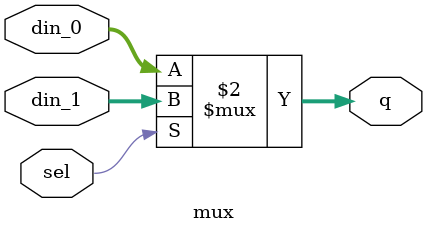
<source format=v>

module mux
(
   input [15:0] din_1,
   input [15:0] din_0,
   input sel,
   output [15:0] q
);

assign q = (sel == 1)? din_1:din_0;

endmodule




</source>
